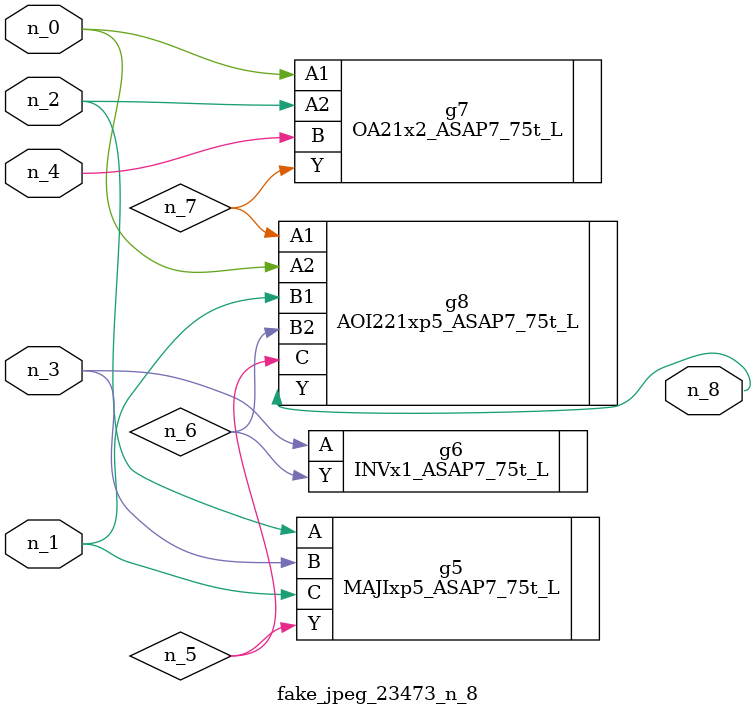
<source format=v>
module fake_jpeg_23473_n_8 (n_3, n_2, n_1, n_0, n_4, n_8);

input n_3;
input n_2;
input n_1;
input n_0;
input n_4;

output n_8;

wire n_6;
wire n_5;
wire n_7;

MAJIxp5_ASAP7_75t_L g5 ( 
.A(n_2),
.B(n_3),
.C(n_1),
.Y(n_5)
);

INVx1_ASAP7_75t_L g6 ( 
.A(n_3),
.Y(n_6)
);

OA21x2_ASAP7_75t_L g7 ( 
.A1(n_0),
.A2(n_2),
.B(n_4),
.Y(n_7)
);

AOI221xp5_ASAP7_75t_L g8 ( 
.A1(n_7),
.A2(n_0),
.B1(n_1),
.B2(n_6),
.C(n_5),
.Y(n_8)
);


endmodule
</source>
